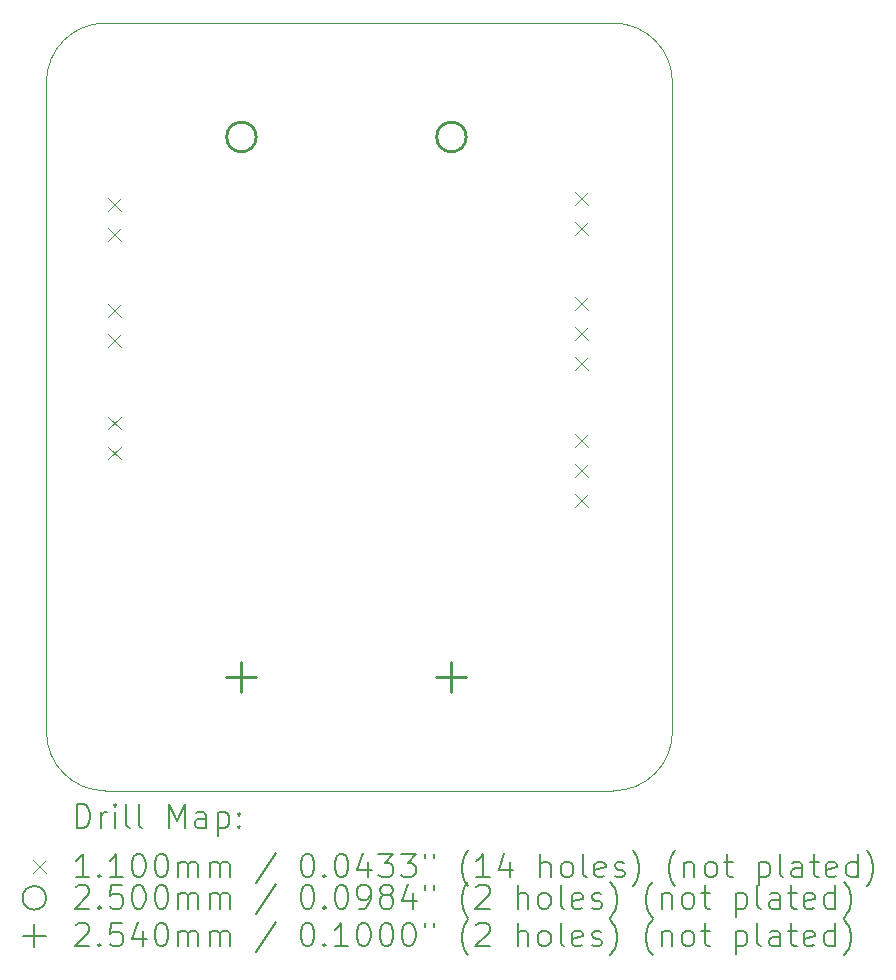
<source format=gbr>
%TF.GenerationSoftware,KiCad,Pcbnew,8.0.2*%
%TF.CreationDate,2024-05-18T00:21:11-06:00*%
%TF.ProjectId,VacuumATM_wCoinDispenser,56616375-756d-4415-944d-5f77436f696e,rev?*%
%TF.SameCoordinates,Original*%
%TF.FileFunction,Drillmap*%
%TF.FilePolarity,Positive*%
%FSLAX45Y45*%
G04 Gerber Fmt 4.5, Leading zero omitted, Abs format (unit mm)*
G04 Created by KiCad (PCBNEW 8.0.2) date 2024-05-18 00:21:11*
%MOMM*%
%LPD*%
G01*
G04 APERTURE LIST*
%ADD10C,0.050000*%
%ADD11C,0.200000*%
%ADD12C,0.110000*%
%ADD13C,0.250000*%
%ADD14C,0.254000*%
G04 APERTURE END LIST*
D10*
X10471429Y-12639000D02*
X10471429Y-7139000D01*
X10971429Y-6639000D02*
X15271429Y-6639000D01*
X15271429Y-13139000D02*
X10971429Y-13139000D01*
X15771429Y-7139000D02*
X15771429Y-12639000D01*
X10471429Y-7139000D02*
G75*
G02*
X10971429Y-6638999I500001J0D01*
G01*
X10971429Y-13139000D02*
G75*
G02*
X10471430Y-12639000I1J500000D01*
G01*
X15271429Y-6639000D02*
G75*
G02*
X15771430Y-7139000I1J-500000D01*
G01*
X15771429Y-12639000D02*
G75*
G02*
X15271429Y-13138999I-499999J0D01*
G01*
D11*
D12*
X10991000Y-8120000D02*
X11101000Y-8230000D01*
X11101000Y-8120000D02*
X10991000Y-8230000D01*
X10991000Y-8374000D02*
X11101000Y-8484000D01*
X11101000Y-8374000D02*
X10991000Y-8484000D01*
X10991000Y-9016000D02*
X11101000Y-9126000D01*
X11101000Y-9016000D02*
X10991000Y-9126000D01*
X10991000Y-9270000D02*
X11101000Y-9380000D01*
X11101000Y-9270000D02*
X10991000Y-9380000D01*
X10991000Y-9970000D02*
X11101000Y-10080000D01*
X11101000Y-9970000D02*
X10991000Y-10080000D01*
X10991000Y-10224000D02*
X11101000Y-10334000D01*
X11101000Y-10224000D02*
X10991000Y-10334000D01*
X14949000Y-8066000D02*
X15059000Y-8176000D01*
X15059000Y-8066000D02*
X14949000Y-8176000D01*
X14949000Y-8320000D02*
X15059000Y-8430000D01*
X15059000Y-8320000D02*
X14949000Y-8430000D01*
X14949000Y-8962000D02*
X15059000Y-9072000D01*
X15059000Y-8962000D02*
X14949000Y-9072000D01*
X14949000Y-9216000D02*
X15059000Y-9326000D01*
X15059000Y-9216000D02*
X14949000Y-9326000D01*
X14949000Y-9470000D02*
X15059000Y-9580000D01*
X15059000Y-9470000D02*
X14949000Y-9580000D01*
X14949000Y-10120000D02*
X15059000Y-10230000D01*
X15059000Y-10120000D02*
X14949000Y-10230000D01*
X14949000Y-10374000D02*
X15059000Y-10484000D01*
X15059000Y-10374000D02*
X14949000Y-10484000D01*
X14949000Y-10628000D02*
X15059000Y-10738000D01*
X15059000Y-10628000D02*
X14949000Y-10738000D01*
D13*
X12247000Y-7603000D02*
G75*
G02*
X11997000Y-7603000I-125000J0D01*
G01*
X11997000Y-7603000D02*
G75*
G02*
X12247000Y-7603000I125000J0D01*
G01*
X14025000Y-7603000D02*
G75*
G02*
X13775000Y-7603000I-125000J0D01*
G01*
X13775000Y-7603000D02*
G75*
G02*
X14025000Y-7603000I125000J0D01*
G01*
D14*
X12122000Y-12048000D02*
X12122000Y-12302000D01*
X11995000Y-12175000D02*
X12249000Y-12175000D01*
X13900000Y-12048000D02*
X13900000Y-12302000D01*
X13773000Y-12175000D02*
X14027000Y-12175000D01*
D11*
X10729705Y-13452984D02*
X10729705Y-13252984D01*
X10729705Y-13252984D02*
X10777324Y-13252984D01*
X10777324Y-13252984D02*
X10805896Y-13262508D01*
X10805896Y-13262508D02*
X10824944Y-13281555D01*
X10824944Y-13281555D02*
X10834467Y-13300603D01*
X10834467Y-13300603D02*
X10843991Y-13338698D01*
X10843991Y-13338698D02*
X10843991Y-13367269D01*
X10843991Y-13367269D02*
X10834467Y-13405365D01*
X10834467Y-13405365D02*
X10824944Y-13424412D01*
X10824944Y-13424412D02*
X10805896Y-13443460D01*
X10805896Y-13443460D02*
X10777324Y-13452984D01*
X10777324Y-13452984D02*
X10729705Y-13452984D01*
X10929705Y-13452984D02*
X10929705Y-13319650D01*
X10929705Y-13357746D02*
X10939229Y-13338698D01*
X10939229Y-13338698D02*
X10948753Y-13329174D01*
X10948753Y-13329174D02*
X10967801Y-13319650D01*
X10967801Y-13319650D02*
X10986848Y-13319650D01*
X11053515Y-13452984D02*
X11053515Y-13319650D01*
X11053515Y-13252984D02*
X11043991Y-13262508D01*
X11043991Y-13262508D02*
X11053515Y-13272031D01*
X11053515Y-13272031D02*
X11063039Y-13262508D01*
X11063039Y-13262508D02*
X11053515Y-13252984D01*
X11053515Y-13252984D02*
X11053515Y-13272031D01*
X11177324Y-13452984D02*
X11158277Y-13443460D01*
X11158277Y-13443460D02*
X11148753Y-13424412D01*
X11148753Y-13424412D02*
X11148753Y-13252984D01*
X11282086Y-13452984D02*
X11263039Y-13443460D01*
X11263039Y-13443460D02*
X11253515Y-13424412D01*
X11253515Y-13424412D02*
X11253515Y-13252984D01*
X11510658Y-13452984D02*
X11510658Y-13252984D01*
X11510658Y-13252984D02*
X11577324Y-13395841D01*
X11577324Y-13395841D02*
X11643991Y-13252984D01*
X11643991Y-13252984D02*
X11643991Y-13452984D01*
X11824943Y-13452984D02*
X11824943Y-13348222D01*
X11824943Y-13348222D02*
X11815420Y-13329174D01*
X11815420Y-13329174D02*
X11796372Y-13319650D01*
X11796372Y-13319650D02*
X11758277Y-13319650D01*
X11758277Y-13319650D02*
X11739229Y-13329174D01*
X11824943Y-13443460D02*
X11805896Y-13452984D01*
X11805896Y-13452984D02*
X11758277Y-13452984D01*
X11758277Y-13452984D02*
X11739229Y-13443460D01*
X11739229Y-13443460D02*
X11729705Y-13424412D01*
X11729705Y-13424412D02*
X11729705Y-13405365D01*
X11729705Y-13405365D02*
X11739229Y-13386317D01*
X11739229Y-13386317D02*
X11758277Y-13376793D01*
X11758277Y-13376793D02*
X11805896Y-13376793D01*
X11805896Y-13376793D02*
X11824943Y-13367269D01*
X11920182Y-13319650D02*
X11920182Y-13519650D01*
X11920182Y-13329174D02*
X11939229Y-13319650D01*
X11939229Y-13319650D02*
X11977324Y-13319650D01*
X11977324Y-13319650D02*
X11996372Y-13329174D01*
X11996372Y-13329174D02*
X12005896Y-13338698D01*
X12005896Y-13338698D02*
X12015420Y-13357746D01*
X12015420Y-13357746D02*
X12015420Y-13414888D01*
X12015420Y-13414888D02*
X12005896Y-13433936D01*
X12005896Y-13433936D02*
X11996372Y-13443460D01*
X11996372Y-13443460D02*
X11977324Y-13452984D01*
X11977324Y-13452984D02*
X11939229Y-13452984D01*
X11939229Y-13452984D02*
X11920182Y-13443460D01*
X12101134Y-13433936D02*
X12110658Y-13443460D01*
X12110658Y-13443460D02*
X12101134Y-13452984D01*
X12101134Y-13452984D02*
X12091610Y-13443460D01*
X12091610Y-13443460D02*
X12101134Y-13433936D01*
X12101134Y-13433936D02*
X12101134Y-13452984D01*
X12101134Y-13329174D02*
X12110658Y-13338698D01*
X12110658Y-13338698D02*
X12101134Y-13348222D01*
X12101134Y-13348222D02*
X12091610Y-13338698D01*
X12091610Y-13338698D02*
X12101134Y-13329174D01*
X12101134Y-13329174D02*
X12101134Y-13348222D01*
D12*
X10358929Y-13726500D02*
X10468929Y-13836500D01*
X10468929Y-13726500D02*
X10358929Y-13836500D01*
D11*
X10834467Y-13872984D02*
X10720182Y-13872984D01*
X10777324Y-13872984D02*
X10777324Y-13672984D01*
X10777324Y-13672984D02*
X10758277Y-13701555D01*
X10758277Y-13701555D02*
X10739229Y-13720603D01*
X10739229Y-13720603D02*
X10720182Y-13730127D01*
X10920182Y-13853936D02*
X10929705Y-13863460D01*
X10929705Y-13863460D02*
X10920182Y-13872984D01*
X10920182Y-13872984D02*
X10910658Y-13863460D01*
X10910658Y-13863460D02*
X10920182Y-13853936D01*
X10920182Y-13853936D02*
X10920182Y-13872984D01*
X11120182Y-13872984D02*
X11005896Y-13872984D01*
X11063039Y-13872984D02*
X11063039Y-13672984D01*
X11063039Y-13672984D02*
X11043991Y-13701555D01*
X11043991Y-13701555D02*
X11024944Y-13720603D01*
X11024944Y-13720603D02*
X11005896Y-13730127D01*
X11243991Y-13672984D02*
X11263039Y-13672984D01*
X11263039Y-13672984D02*
X11282086Y-13682508D01*
X11282086Y-13682508D02*
X11291610Y-13692031D01*
X11291610Y-13692031D02*
X11301134Y-13711079D01*
X11301134Y-13711079D02*
X11310658Y-13749174D01*
X11310658Y-13749174D02*
X11310658Y-13796793D01*
X11310658Y-13796793D02*
X11301134Y-13834888D01*
X11301134Y-13834888D02*
X11291610Y-13853936D01*
X11291610Y-13853936D02*
X11282086Y-13863460D01*
X11282086Y-13863460D02*
X11263039Y-13872984D01*
X11263039Y-13872984D02*
X11243991Y-13872984D01*
X11243991Y-13872984D02*
X11224943Y-13863460D01*
X11224943Y-13863460D02*
X11215420Y-13853936D01*
X11215420Y-13853936D02*
X11205896Y-13834888D01*
X11205896Y-13834888D02*
X11196372Y-13796793D01*
X11196372Y-13796793D02*
X11196372Y-13749174D01*
X11196372Y-13749174D02*
X11205896Y-13711079D01*
X11205896Y-13711079D02*
X11215420Y-13692031D01*
X11215420Y-13692031D02*
X11224943Y-13682508D01*
X11224943Y-13682508D02*
X11243991Y-13672984D01*
X11434467Y-13672984D02*
X11453515Y-13672984D01*
X11453515Y-13672984D02*
X11472563Y-13682508D01*
X11472563Y-13682508D02*
X11482086Y-13692031D01*
X11482086Y-13692031D02*
X11491610Y-13711079D01*
X11491610Y-13711079D02*
X11501134Y-13749174D01*
X11501134Y-13749174D02*
X11501134Y-13796793D01*
X11501134Y-13796793D02*
X11491610Y-13834888D01*
X11491610Y-13834888D02*
X11482086Y-13853936D01*
X11482086Y-13853936D02*
X11472563Y-13863460D01*
X11472563Y-13863460D02*
X11453515Y-13872984D01*
X11453515Y-13872984D02*
X11434467Y-13872984D01*
X11434467Y-13872984D02*
X11415420Y-13863460D01*
X11415420Y-13863460D02*
X11405896Y-13853936D01*
X11405896Y-13853936D02*
X11396372Y-13834888D01*
X11396372Y-13834888D02*
X11386848Y-13796793D01*
X11386848Y-13796793D02*
X11386848Y-13749174D01*
X11386848Y-13749174D02*
X11396372Y-13711079D01*
X11396372Y-13711079D02*
X11405896Y-13692031D01*
X11405896Y-13692031D02*
X11415420Y-13682508D01*
X11415420Y-13682508D02*
X11434467Y-13672984D01*
X11586848Y-13872984D02*
X11586848Y-13739650D01*
X11586848Y-13758698D02*
X11596372Y-13749174D01*
X11596372Y-13749174D02*
X11615420Y-13739650D01*
X11615420Y-13739650D02*
X11643991Y-13739650D01*
X11643991Y-13739650D02*
X11663039Y-13749174D01*
X11663039Y-13749174D02*
X11672563Y-13768222D01*
X11672563Y-13768222D02*
X11672563Y-13872984D01*
X11672563Y-13768222D02*
X11682086Y-13749174D01*
X11682086Y-13749174D02*
X11701134Y-13739650D01*
X11701134Y-13739650D02*
X11729705Y-13739650D01*
X11729705Y-13739650D02*
X11748753Y-13749174D01*
X11748753Y-13749174D02*
X11758277Y-13768222D01*
X11758277Y-13768222D02*
X11758277Y-13872984D01*
X11853515Y-13872984D02*
X11853515Y-13739650D01*
X11853515Y-13758698D02*
X11863039Y-13749174D01*
X11863039Y-13749174D02*
X11882086Y-13739650D01*
X11882086Y-13739650D02*
X11910658Y-13739650D01*
X11910658Y-13739650D02*
X11929705Y-13749174D01*
X11929705Y-13749174D02*
X11939229Y-13768222D01*
X11939229Y-13768222D02*
X11939229Y-13872984D01*
X11939229Y-13768222D02*
X11948753Y-13749174D01*
X11948753Y-13749174D02*
X11967801Y-13739650D01*
X11967801Y-13739650D02*
X11996372Y-13739650D01*
X11996372Y-13739650D02*
X12015420Y-13749174D01*
X12015420Y-13749174D02*
X12024944Y-13768222D01*
X12024944Y-13768222D02*
X12024944Y-13872984D01*
X12415420Y-13663460D02*
X12243991Y-13920603D01*
X12672563Y-13672984D02*
X12691610Y-13672984D01*
X12691610Y-13672984D02*
X12710658Y-13682508D01*
X12710658Y-13682508D02*
X12720182Y-13692031D01*
X12720182Y-13692031D02*
X12729706Y-13711079D01*
X12729706Y-13711079D02*
X12739229Y-13749174D01*
X12739229Y-13749174D02*
X12739229Y-13796793D01*
X12739229Y-13796793D02*
X12729706Y-13834888D01*
X12729706Y-13834888D02*
X12720182Y-13853936D01*
X12720182Y-13853936D02*
X12710658Y-13863460D01*
X12710658Y-13863460D02*
X12691610Y-13872984D01*
X12691610Y-13872984D02*
X12672563Y-13872984D01*
X12672563Y-13872984D02*
X12653515Y-13863460D01*
X12653515Y-13863460D02*
X12643991Y-13853936D01*
X12643991Y-13853936D02*
X12634467Y-13834888D01*
X12634467Y-13834888D02*
X12624944Y-13796793D01*
X12624944Y-13796793D02*
X12624944Y-13749174D01*
X12624944Y-13749174D02*
X12634467Y-13711079D01*
X12634467Y-13711079D02*
X12643991Y-13692031D01*
X12643991Y-13692031D02*
X12653515Y-13682508D01*
X12653515Y-13682508D02*
X12672563Y-13672984D01*
X12824944Y-13853936D02*
X12834467Y-13863460D01*
X12834467Y-13863460D02*
X12824944Y-13872984D01*
X12824944Y-13872984D02*
X12815420Y-13863460D01*
X12815420Y-13863460D02*
X12824944Y-13853936D01*
X12824944Y-13853936D02*
X12824944Y-13872984D01*
X12958277Y-13672984D02*
X12977325Y-13672984D01*
X12977325Y-13672984D02*
X12996372Y-13682508D01*
X12996372Y-13682508D02*
X13005896Y-13692031D01*
X13005896Y-13692031D02*
X13015420Y-13711079D01*
X13015420Y-13711079D02*
X13024944Y-13749174D01*
X13024944Y-13749174D02*
X13024944Y-13796793D01*
X13024944Y-13796793D02*
X13015420Y-13834888D01*
X13015420Y-13834888D02*
X13005896Y-13853936D01*
X13005896Y-13853936D02*
X12996372Y-13863460D01*
X12996372Y-13863460D02*
X12977325Y-13872984D01*
X12977325Y-13872984D02*
X12958277Y-13872984D01*
X12958277Y-13872984D02*
X12939229Y-13863460D01*
X12939229Y-13863460D02*
X12929706Y-13853936D01*
X12929706Y-13853936D02*
X12920182Y-13834888D01*
X12920182Y-13834888D02*
X12910658Y-13796793D01*
X12910658Y-13796793D02*
X12910658Y-13749174D01*
X12910658Y-13749174D02*
X12920182Y-13711079D01*
X12920182Y-13711079D02*
X12929706Y-13692031D01*
X12929706Y-13692031D02*
X12939229Y-13682508D01*
X12939229Y-13682508D02*
X12958277Y-13672984D01*
X13196372Y-13739650D02*
X13196372Y-13872984D01*
X13148753Y-13663460D02*
X13101134Y-13806317D01*
X13101134Y-13806317D02*
X13224944Y-13806317D01*
X13282087Y-13672984D02*
X13405896Y-13672984D01*
X13405896Y-13672984D02*
X13339229Y-13749174D01*
X13339229Y-13749174D02*
X13367801Y-13749174D01*
X13367801Y-13749174D02*
X13386848Y-13758698D01*
X13386848Y-13758698D02*
X13396372Y-13768222D01*
X13396372Y-13768222D02*
X13405896Y-13787269D01*
X13405896Y-13787269D02*
X13405896Y-13834888D01*
X13405896Y-13834888D02*
X13396372Y-13853936D01*
X13396372Y-13853936D02*
X13386848Y-13863460D01*
X13386848Y-13863460D02*
X13367801Y-13872984D01*
X13367801Y-13872984D02*
X13310658Y-13872984D01*
X13310658Y-13872984D02*
X13291610Y-13863460D01*
X13291610Y-13863460D02*
X13282087Y-13853936D01*
X13472563Y-13672984D02*
X13596372Y-13672984D01*
X13596372Y-13672984D02*
X13529706Y-13749174D01*
X13529706Y-13749174D02*
X13558277Y-13749174D01*
X13558277Y-13749174D02*
X13577325Y-13758698D01*
X13577325Y-13758698D02*
X13586848Y-13768222D01*
X13586848Y-13768222D02*
X13596372Y-13787269D01*
X13596372Y-13787269D02*
X13596372Y-13834888D01*
X13596372Y-13834888D02*
X13586848Y-13853936D01*
X13586848Y-13853936D02*
X13577325Y-13863460D01*
X13577325Y-13863460D02*
X13558277Y-13872984D01*
X13558277Y-13872984D02*
X13501134Y-13872984D01*
X13501134Y-13872984D02*
X13482087Y-13863460D01*
X13482087Y-13863460D02*
X13472563Y-13853936D01*
X13672563Y-13672984D02*
X13672563Y-13711079D01*
X13748753Y-13672984D02*
X13748753Y-13711079D01*
X14043991Y-13949174D02*
X14034468Y-13939650D01*
X14034468Y-13939650D02*
X14015420Y-13911079D01*
X14015420Y-13911079D02*
X14005896Y-13892031D01*
X14005896Y-13892031D02*
X13996372Y-13863460D01*
X13996372Y-13863460D02*
X13986849Y-13815841D01*
X13986849Y-13815841D02*
X13986849Y-13777746D01*
X13986849Y-13777746D02*
X13996372Y-13730127D01*
X13996372Y-13730127D02*
X14005896Y-13701555D01*
X14005896Y-13701555D02*
X14015420Y-13682508D01*
X14015420Y-13682508D02*
X14034468Y-13653936D01*
X14034468Y-13653936D02*
X14043991Y-13644412D01*
X14224944Y-13872984D02*
X14110658Y-13872984D01*
X14167801Y-13872984D02*
X14167801Y-13672984D01*
X14167801Y-13672984D02*
X14148753Y-13701555D01*
X14148753Y-13701555D02*
X14129706Y-13720603D01*
X14129706Y-13720603D02*
X14110658Y-13730127D01*
X14396372Y-13739650D02*
X14396372Y-13872984D01*
X14348753Y-13663460D02*
X14301134Y-13806317D01*
X14301134Y-13806317D02*
X14424944Y-13806317D01*
X14653515Y-13872984D02*
X14653515Y-13672984D01*
X14739230Y-13872984D02*
X14739230Y-13768222D01*
X14739230Y-13768222D02*
X14729706Y-13749174D01*
X14729706Y-13749174D02*
X14710658Y-13739650D01*
X14710658Y-13739650D02*
X14682087Y-13739650D01*
X14682087Y-13739650D02*
X14663039Y-13749174D01*
X14663039Y-13749174D02*
X14653515Y-13758698D01*
X14863039Y-13872984D02*
X14843991Y-13863460D01*
X14843991Y-13863460D02*
X14834468Y-13853936D01*
X14834468Y-13853936D02*
X14824944Y-13834888D01*
X14824944Y-13834888D02*
X14824944Y-13777746D01*
X14824944Y-13777746D02*
X14834468Y-13758698D01*
X14834468Y-13758698D02*
X14843991Y-13749174D01*
X14843991Y-13749174D02*
X14863039Y-13739650D01*
X14863039Y-13739650D02*
X14891611Y-13739650D01*
X14891611Y-13739650D02*
X14910658Y-13749174D01*
X14910658Y-13749174D02*
X14920182Y-13758698D01*
X14920182Y-13758698D02*
X14929706Y-13777746D01*
X14929706Y-13777746D02*
X14929706Y-13834888D01*
X14929706Y-13834888D02*
X14920182Y-13853936D01*
X14920182Y-13853936D02*
X14910658Y-13863460D01*
X14910658Y-13863460D02*
X14891611Y-13872984D01*
X14891611Y-13872984D02*
X14863039Y-13872984D01*
X15043991Y-13872984D02*
X15024944Y-13863460D01*
X15024944Y-13863460D02*
X15015420Y-13844412D01*
X15015420Y-13844412D02*
X15015420Y-13672984D01*
X15196372Y-13863460D02*
X15177325Y-13872984D01*
X15177325Y-13872984D02*
X15139230Y-13872984D01*
X15139230Y-13872984D02*
X15120182Y-13863460D01*
X15120182Y-13863460D02*
X15110658Y-13844412D01*
X15110658Y-13844412D02*
X15110658Y-13768222D01*
X15110658Y-13768222D02*
X15120182Y-13749174D01*
X15120182Y-13749174D02*
X15139230Y-13739650D01*
X15139230Y-13739650D02*
X15177325Y-13739650D01*
X15177325Y-13739650D02*
X15196372Y-13749174D01*
X15196372Y-13749174D02*
X15205896Y-13768222D01*
X15205896Y-13768222D02*
X15205896Y-13787269D01*
X15205896Y-13787269D02*
X15110658Y-13806317D01*
X15282087Y-13863460D02*
X15301134Y-13872984D01*
X15301134Y-13872984D02*
X15339230Y-13872984D01*
X15339230Y-13872984D02*
X15358277Y-13863460D01*
X15358277Y-13863460D02*
X15367801Y-13844412D01*
X15367801Y-13844412D02*
X15367801Y-13834888D01*
X15367801Y-13834888D02*
X15358277Y-13815841D01*
X15358277Y-13815841D02*
X15339230Y-13806317D01*
X15339230Y-13806317D02*
X15310658Y-13806317D01*
X15310658Y-13806317D02*
X15291611Y-13796793D01*
X15291611Y-13796793D02*
X15282087Y-13777746D01*
X15282087Y-13777746D02*
X15282087Y-13768222D01*
X15282087Y-13768222D02*
X15291611Y-13749174D01*
X15291611Y-13749174D02*
X15310658Y-13739650D01*
X15310658Y-13739650D02*
X15339230Y-13739650D01*
X15339230Y-13739650D02*
X15358277Y-13749174D01*
X15434468Y-13949174D02*
X15443992Y-13939650D01*
X15443992Y-13939650D02*
X15463039Y-13911079D01*
X15463039Y-13911079D02*
X15472563Y-13892031D01*
X15472563Y-13892031D02*
X15482087Y-13863460D01*
X15482087Y-13863460D02*
X15491611Y-13815841D01*
X15491611Y-13815841D02*
X15491611Y-13777746D01*
X15491611Y-13777746D02*
X15482087Y-13730127D01*
X15482087Y-13730127D02*
X15472563Y-13701555D01*
X15472563Y-13701555D02*
X15463039Y-13682508D01*
X15463039Y-13682508D02*
X15443992Y-13653936D01*
X15443992Y-13653936D02*
X15434468Y-13644412D01*
X15796373Y-13949174D02*
X15786849Y-13939650D01*
X15786849Y-13939650D02*
X15767801Y-13911079D01*
X15767801Y-13911079D02*
X15758277Y-13892031D01*
X15758277Y-13892031D02*
X15748753Y-13863460D01*
X15748753Y-13863460D02*
X15739230Y-13815841D01*
X15739230Y-13815841D02*
X15739230Y-13777746D01*
X15739230Y-13777746D02*
X15748753Y-13730127D01*
X15748753Y-13730127D02*
X15758277Y-13701555D01*
X15758277Y-13701555D02*
X15767801Y-13682508D01*
X15767801Y-13682508D02*
X15786849Y-13653936D01*
X15786849Y-13653936D02*
X15796373Y-13644412D01*
X15872563Y-13739650D02*
X15872563Y-13872984D01*
X15872563Y-13758698D02*
X15882087Y-13749174D01*
X15882087Y-13749174D02*
X15901134Y-13739650D01*
X15901134Y-13739650D02*
X15929706Y-13739650D01*
X15929706Y-13739650D02*
X15948753Y-13749174D01*
X15948753Y-13749174D02*
X15958277Y-13768222D01*
X15958277Y-13768222D02*
X15958277Y-13872984D01*
X16082087Y-13872984D02*
X16063039Y-13863460D01*
X16063039Y-13863460D02*
X16053515Y-13853936D01*
X16053515Y-13853936D02*
X16043992Y-13834888D01*
X16043992Y-13834888D02*
X16043992Y-13777746D01*
X16043992Y-13777746D02*
X16053515Y-13758698D01*
X16053515Y-13758698D02*
X16063039Y-13749174D01*
X16063039Y-13749174D02*
X16082087Y-13739650D01*
X16082087Y-13739650D02*
X16110658Y-13739650D01*
X16110658Y-13739650D02*
X16129706Y-13749174D01*
X16129706Y-13749174D02*
X16139230Y-13758698D01*
X16139230Y-13758698D02*
X16148753Y-13777746D01*
X16148753Y-13777746D02*
X16148753Y-13834888D01*
X16148753Y-13834888D02*
X16139230Y-13853936D01*
X16139230Y-13853936D02*
X16129706Y-13863460D01*
X16129706Y-13863460D02*
X16110658Y-13872984D01*
X16110658Y-13872984D02*
X16082087Y-13872984D01*
X16205896Y-13739650D02*
X16282087Y-13739650D01*
X16234468Y-13672984D02*
X16234468Y-13844412D01*
X16234468Y-13844412D02*
X16243992Y-13863460D01*
X16243992Y-13863460D02*
X16263039Y-13872984D01*
X16263039Y-13872984D02*
X16282087Y-13872984D01*
X16501134Y-13739650D02*
X16501134Y-13939650D01*
X16501134Y-13749174D02*
X16520182Y-13739650D01*
X16520182Y-13739650D02*
X16558277Y-13739650D01*
X16558277Y-13739650D02*
X16577325Y-13749174D01*
X16577325Y-13749174D02*
X16586849Y-13758698D01*
X16586849Y-13758698D02*
X16596373Y-13777746D01*
X16596373Y-13777746D02*
X16596373Y-13834888D01*
X16596373Y-13834888D02*
X16586849Y-13853936D01*
X16586849Y-13853936D02*
X16577325Y-13863460D01*
X16577325Y-13863460D02*
X16558277Y-13872984D01*
X16558277Y-13872984D02*
X16520182Y-13872984D01*
X16520182Y-13872984D02*
X16501134Y-13863460D01*
X16710658Y-13872984D02*
X16691611Y-13863460D01*
X16691611Y-13863460D02*
X16682087Y-13844412D01*
X16682087Y-13844412D02*
X16682087Y-13672984D01*
X16872563Y-13872984D02*
X16872563Y-13768222D01*
X16872563Y-13768222D02*
X16863039Y-13749174D01*
X16863039Y-13749174D02*
X16843992Y-13739650D01*
X16843992Y-13739650D02*
X16805896Y-13739650D01*
X16805896Y-13739650D02*
X16786849Y-13749174D01*
X16872563Y-13863460D02*
X16853516Y-13872984D01*
X16853516Y-13872984D02*
X16805896Y-13872984D01*
X16805896Y-13872984D02*
X16786849Y-13863460D01*
X16786849Y-13863460D02*
X16777325Y-13844412D01*
X16777325Y-13844412D02*
X16777325Y-13825365D01*
X16777325Y-13825365D02*
X16786849Y-13806317D01*
X16786849Y-13806317D02*
X16805896Y-13796793D01*
X16805896Y-13796793D02*
X16853516Y-13796793D01*
X16853516Y-13796793D02*
X16872563Y-13787269D01*
X16939230Y-13739650D02*
X17015420Y-13739650D01*
X16967801Y-13672984D02*
X16967801Y-13844412D01*
X16967801Y-13844412D02*
X16977325Y-13863460D01*
X16977325Y-13863460D02*
X16996373Y-13872984D01*
X16996373Y-13872984D02*
X17015420Y-13872984D01*
X17158277Y-13863460D02*
X17139230Y-13872984D01*
X17139230Y-13872984D02*
X17101135Y-13872984D01*
X17101135Y-13872984D02*
X17082087Y-13863460D01*
X17082087Y-13863460D02*
X17072563Y-13844412D01*
X17072563Y-13844412D02*
X17072563Y-13768222D01*
X17072563Y-13768222D02*
X17082087Y-13749174D01*
X17082087Y-13749174D02*
X17101135Y-13739650D01*
X17101135Y-13739650D02*
X17139230Y-13739650D01*
X17139230Y-13739650D02*
X17158277Y-13749174D01*
X17158277Y-13749174D02*
X17167801Y-13768222D01*
X17167801Y-13768222D02*
X17167801Y-13787269D01*
X17167801Y-13787269D02*
X17072563Y-13806317D01*
X17339230Y-13872984D02*
X17339230Y-13672984D01*
X17339230Y-13863460D02*
X17320182Y-13872984D01*
X17320182Y-13872984D02*
X17282087Y-13872984D01*
X17282087Y-13872984D02*
X17263039Y-13863460D01*
X17263039Y-13863460D02*
X17253516Y-13853936D01*
X17253516Y-13853936D02*
X17243992Y-13834888D01*
X17243992Y-13834888D02*
X17243992Y-13777746D01*
X17243992Y-13777746D02*
X17253516Y-13758698D01*
X17253516Y-13758698D02*
X17263039Y-13749174D01*
X17263039Y-13749174D02*
X17282087Y-13739650D01*
X17282087Y-13739650D02*
X17320182Y-13739650D01*
X17320182Y-13739650D02*
X17339230Y-13749174D01*
X17415420Y-13949174D02*
X17424944Y-13939650D01*
X17424944Y-13939650D02*
X17443992Y-13911079D01*
X17443992Y-13911079D02*
X17453516Y-13892031D01*
X17453516Y-13892031D02*
X17463039Y-13863460D01*
X17463039Y-13863460D02*
X17472563Y-13815841D01*
X17472563Y-13815841D02*
X17472563Y-13777746D01*
X17472563Y-13777746D02*
X17463039Y-13730127D01*
X17463039Y-13730127D02*
X17453516Y-13701555D01*
X17453516Y-13701555D02*
X17443992Y-13682508D01*
X17443992Y-13682508D02*
X17424944Y-13653936D01*
X17424944Y-13653936D02*
X17415420Y-13644412D01*
X10468929Y-14045500D02*
G75*
G02*
X10268929Y-14045500I-100000J0D01*
G01*
X10268929Y-14045500D02*
G75*
G02*
X10468929Y-14045500I100000J0D01*
G01*
X10720182Y-13956031D02*
X10729705Y-13946508D01*
X10729705Y-13946508D02*
X10748753Y-13936984D01*
X10748753Y-13936984D02*
X10796372Y-13936984D01*
X10796372Y-13936984D02*
X10815420Y-13946508D01*
X10815420Y-13946508D02*
X10824944Y-13956031D01*
X10824944Y-13956031D02*
X10834467Y-13975079D01*
X10834467Y-13975079D02*
X10834467Y-13994127D01*
X10834467Y-13994127D02*
X10824944Y-14022698D01*
X10824944Y-14022698D02*
X10710658Y-14136984D01*
X10710658Y-14136984D02*
X10834467Y-14136984D01*
X10920182Y-14117936D02*
X10929705Y-14127460D01*
X10929705Y-14127460D02*
X10920182Y-14136984D01*
X10920182Y-14136984D02*
X10910658Y-14127460D01*
X10910658Y-14127460D02*
X10920182Y-14117936D01*
X10920182Y-14117936D02*
X10920182Y-14136984D01*
X11110658Y-13936984D02*
X11015420Y-13936984D01*
X11015420Y-13936984D02*
X11005896Y-14032222D01*
X11005896Y-14032222D02*
X11015420Y-14022698D01*
X11015420Y-14022698D02*
X11034467Y-14013174D01*
X11034467Y-14013174D02*
X11082086Y-14013174D01*
X11082086Y-14013174D02*
X11101134Y-14022698D01*
X11101134Y-14022698D02*
X11110658Y-14032222D01*
X11110658Y-14032222D02*
X11120182Y-14051269D01*
X11120182Y-14051269D02*
X11120182Y-14098888D01*
X11120182Y-14098888D02*
X11110658Y-14117936D01*
X11110658Y-14117936D02*
X11101134Y-14127460D01*
X11101134Y-14127460D02*
X11082086Y-14136984D01*
X11082086Y-14136984D02*
X11034467Y-14136984D01*
X11034467Y-14136984D02*
X11015420Y-14127460D01*
X11015420Y-14127460D02*
X11005896Y-14117936D01*
X11243991Y-13936984D02*
X11263039Y-13936984D01*
X11263039Y-13936984D02*
X11282086Y-13946508D01*
X11282086Y-13946508D02*
X11291610Y-13956031D01*
X11291610Y-13956031D02*
X11301134Y-13975079D01*
X11301134Y-13975079D02*
X11310658Y-14013174D01*
X11310658Y-14013174D02*
X11310658Y-14060793D01*
X11310658Y-14060793D02*
X11301134Y-14098888D01*
X11301134Y-14098888D02*
X11291610Y-14117936D01*
X11291610Y-14117936D02*
X11282086Y-14127460D01*
X11282086Y-14127460D02*
X11263039Y-14136984D01*
X11263039Y-14136984D02*
X11243991Y-14136984D01*
X11243991Y-14136984D02*
X11224943Y-14127460D01*
X11224943Y-14127460D02*
X11215420Y-14117936D01*
X11215420Y-14117936D02*
X11205896Y-14098888D01*
X11205896Y-14098888D02*
X11196372Y-14060793D01*
X11196372Y-14060793D02*
X11196372Y-14013174D01*
X11196372Y-14013174D02*
X11205896Y-13975079D01*
X11205896Y-13975079D02*
X11215420Y-13956031D01*
X11215420Y-13956031D02*
X11224943Y-13946508D01*
X11224943Y-13946508D02*
X11243991Y-13936984D01*
X11434467Y-13936984D02*
X11453515Y-13936984D01*
X11453515Y-13936984D02*
X11472563Y-13946508D01*
X11472563Y-13946508D02*
X11482086Y-13956031D01*
X11482086Y-13956031D02*
X11491610Y-13975079D01*
X11491610Y-13975079D02*
X11501134Y-14013174D01*
X11501134Y-14013174D02*
X11501134Y-14060793D01*
X11501134Y-14060793D02*
X11491610Y-14098888D01*
X11491610Y-14098888D02*
X11482086Y-14117936D01*
X11482086Y-14117936D02*
X11472563Y-14127460D01*
X11472563Y-14127460D02*
X11453515Y-14136984D01*
X11453515Y-14136984D02*
X11434467Y-14136984D01*
X11434467Y-14136984D02*
X11415420Y-14127460D01*
X11415420Y-14127460D02*
X11405896Y-14117936D01*
X11405896Y-14117936D02*
X11396372Y-14098888D01*
X11396372Y-14098888D02*
X11386848Y-14060793D01*
X11386848Y-14060793D02*
X11386848Y-14013174D01*
X11386848Y-14013174D02*
X11396372Y-13975079D01*
X11396372Y-13975079D02*
X11405896Y-13956031D01*
X11405896Y-13956031D02*
X11415420Y-13946508D01*
X11415420Y-13946508D02*
X11434467Y-13936984D01*
X11586848Y-14136984D02*
X11586848Y-14003650D01*
X11586848Y-14022698D02*
X11596372Y-14013174D01*
X11596372Y-14013174D02*
X11615420Y-14003650D01*
X11615420Y-14003650D02*
X11643991Y-14003650D01*
X11643991Y-14003650D02*
X11663039Y-14013174D01*
X11663039Y-14013174D02*
X11672563Y-14032222D01*
X11672563Y-14032222D02*
X11672563Y-14136984D01*
X11672563Y-14032222D02*
X11682086Y-14013174D01*
X11682086Y-14013174D02*
X11701134Y-14003650D01*
X11701134Y-14003650D02*
X11729705Y-14003650D01*
X11729705Y-14003650D02*
X11748753Y-14013174D01*
X11748753Y-14013174D02*
X11758277Y-14032222D01*
X11758277Y-14032222D02*
X11758277Y-14136984D01*
X11853515Y-14136984D02*
X11853515Y-14003650D01*
X11853515Y-14022698D02*
X11863039Y-14013174D01*
X11863039Y-14013174D02*
X11882086Y-14003650D01*
X11882086Y-14003650D02*
X11910658Y-14003650D01*
X11910658Y-14003650D02*
X11929705Y-14013174D01*
X11929705Y-14013174D02*
X11939229Y-14032222D01*
X11939229Y-14032222D02*
X11939229Y-14136984D01*
X11939229Y-14032222D02*
X11948753Y-14013174D01*
X11948753Y-14013174D02*
X11967801Y-14003650D01*
X11967801Y-14003650D02*
X11996372Y-14003650D01*
X11996372Y-14003650D02*
X12015420Y-14013174D01*
X12015420Y-14013174D02*
X12024944Y-14032222D01*
X12024944Y-14032222D02*
X12024944Y-14136984D01*
X12415420Y-13927460D02*
X12243991Y-14184603D01*
X12672563Y-13936984D02*
X12691610Y-13936984D01*
X12691610Y-13936984D02*
X12710658Y-13946508D01*
X12710658Y-13946508D02*
X12720182Y-13956031D01*
X12720182Y-13956031D02*
X12729706Y-13975079D01*
X12729706Y-13975079D02*
X12739229Y-14013174D01*
X12739229Y-14013174D02*
X12739229Y-14060793D01*
X12739229Y-14060793D02*
X12729706Y-14098888D01*
X12729706Y-14098888D02*
X12720182Y-14117936D01*
X12720182Y-14117936D02*
X12710658Y-14127460D01*
X12710658Y-14127460D02*
X12691610Y-14136984D01*
X12691610Y-14136984D02*
X12672563Y-14136984D01*
X12672563Y-14136984D02*
X12653515Y-14127460D01*
X12653515Y-14127460D02*
X12643991Y-14117936D01*
X12643991Y-14117936D02*
X12634467Y-14098888D01*
X12634467Y-14098888D02*
X12624944Y-14060793D01*
X12624944Y-14060793D02*
X12624944Y-14013174D01*
X12624944Y-14013174D02*
X12634467Y-13975079D01*
X12634467Y-13975079D02*
X12643991Y-13956031D01*
X12643991Y-13956031D02*
X12653515Y-13946508D01*
X12653515Y-13946508D02*
X12672563Y-13936984D01*
X12824944Y-14117936D02*
X12834467Y-14127460D01*
X12834467Y-14127460D02*
X12824944Y-14136984D01*
X12824944Y-14136984D02*
X12815420Y-14127460D01*
X12815420Y-14127460D02*
X12824944Y-14117936D01*
X12824944Y-14117936D02*
X12824944Y-14136984D01*
X12958277Y-13936984D02*
X12977325Y-13936984D01*
X12977325Y-13936984D02*
X12996372Y-13946508D01*
X12996372Y-13946508D02*
X13005896Y-13956031D01*
X13005896Y-13956031D02*
X13015420Y-13975079D01*
X13015420Y-13975079D02*
X13024944Y-14013174D01*
X13024944Y-14013174D02*
X13024944Y-14060793D01*
X13024944Y-14060793D02*
X13015420Y-14098888D01*
X13015420Y-14098888D02*
X13005896Y-14117936D01*
X13005896Y-14117936D02*
X12996372Y-14127460D01*
X12996372Y-14127460D02*
X12977325Y-14136984D01*
X12977325Y-14136984D02*
X12958277Y-14136984D01*
X12958277Y-14136984D02*
X12939229Y-14127460D01*
X12939229Y-14127460D02*
X12929706Y-14117936D01*
X12929706Y-14117936D02*
X12920182Y-14098888D01*
X12920182Y-14098888D02*
X12910658Y-14060793D01*
X12910658Y-14060793D02*
X12910658Y-14013174D01*
X12910658Y-14013174D02*
X12920182Y-13975079D01*
X12920182Y-13975079D02*
X12929706Y-13956031D01*
X12929706Y-13956031D02*
X12939229Y-13946508D01*
X12939229Y-13946508D02*
X12958277Y-13936984D01*
X13120182Y-14136984D02*
X13158277Y-14136984D01*
X13158277Y-14136984D02*
X13177325Y-14127460D01*
X13177325Y-14127460D02*
X13186848Y-14117936D01*
X13186848Y-14117936D02*
X13205896Y-14089365D01*
X13205896Y-14089365D02*
X13215420Y-14051269D01*
X13215420Y-14051269D02*
X13215420Y-13975079D01*
X13215420Y-13975079D02*
X13205896Y-13956031D01*
X13205896Y-13956031D02*
X13196372Y-13946508D01*
X13196372Y-13946508D02*
X13177325Y-13936984D01*
X13177325Y-13936984D02*
X13139229Y-13936984D01*
X13139229Y-13936984D02*
X13120182Y-13946508D01*
X13120182Y-13946508D02*
X13110658Y-13956031D01*
X13110658Y-13956031D02*
X13101134Y-13975079D01*
X13101134Y-13975079D02*
X13101134Y-14022698D01*
X13101134Y-14022698D02*
X13110658Y-14041746D01*
X13110658Y-14041746D02*
X13120182Y-14051269D01*
X13120182Y-14051269D02*
X13139229Y-14060793D01*
X13139229Y-14060793D02*
X13177325Y-14060793D01*
X13177325Y-14060793D02*
X13196372Y-14051269D01*
X13196372Y-14051269D02*
X13205896Y-14041746D01*
X13205896Y-14041746D02*
X13215420Y-14022698D01*
X13329706Y-14022698D02*
X13310658Y-14013174D01*
X13310658Y-14013174D02*
X13301134Y-14003650D01*
X13301134Y-14003650D02*
X13291610Y-13984603D01*
X13291610Y-13984603D02*
X13291610Y-13975079D01*
X13291610Y-13975079D02*
X13301134Y-13956031D01*
X13301134Y-13956031D02*
X13310658Y-13946508D01*
X13310658Y-13946508D02*
X13329706Y-13936984D01*
X13329706Y-13936984D02*
X13367801Y-13936984D01*
X13367801Y-13936984D02*
X13386848Y-13946508D01*
X13386848Y-13946508D02*
X13396372Y-13956031D01*
X13396372Y-13956031D02*
X13405896Y-13975079D01*
X13405896Y-13975079D02*
X13405896Y-13984603D01*
X13405896Y-13984603D02*
X13396372Y-14003650D01*
X13396372Y-14003650D02*
X13386848Y-14013174D01*
X13386848Y-14013174D02*
X13367801Y-14022698D01*
X13367801Y-14022698D02*
X13329706Y-14022698D01*
X13329706Y-14022698D02*
X13310658Y-14032222D01*
X13310658Y-14032222D02*
X13301134Y-14041746D01*
X13301134Y-14041746D02*
X13291610Y-14060793D01*
X13291610Y-14060793D02*
X13291610Y-14098888D01*
X13291610Y-14098888D02*
X13301134Y-14117936D01*
X13301134Y-14117936D02*
X13310658Y-14127460D01*
X13310658Y-14127460D02*
X13329706Y-14136984D01*
X13329706Y-14136984D02*
X13367801Y-14136984D01*
X13367801Y-14136984D02*
X13386848Y-14127460D01*
X13386848Y-14127460D02*
X13396372Y-14117936D01*
X13396372Y-14117936D02*
X13405896Y-14098888D01*
X13405896Y-14098888D02*
X13405896Y-14060793D01*
X13405896Y-14060793D02*
X13396372Y-14041746D01*
X13396372Y-14041746D02*
X13386848Y-14032222D01*
X13386848Y-14032222D02*
X13367801Y-14022698D01*
X13577325Y-14003650D02*
X13577325Y-14136984D01*
X13529706Y-13927460D02*
X13482087Y-14070317D01*
X13482087Y-14070317D02*
X13605896Y-14070317D01*
X13672563Y-13936984D02*
X13672563Y-13975079D01*
X13748753Y-13936984D02*
X13748753Y-13975079D01*
X14043991Y-14213174D02*
X14034468Y-14203650D01*
X14034468Y-14203650D02*
X14015420Y-14175079D01*
X14015420Y-14175079D02*
X14005896Y-14156031D01*
X14005896Y-14156031D02*
X13996372Y-14127460D01*
X13996372Y-14127460D02*
X13986849Y-14079841D01*
X13986849Y-14079841D02*
X13986849Y-14041746D01*
X13986849Y-14041746D02*
X13996372Y-13994127D01*
X13996372Y-13994127D02*
X14005896Y-13965555D01*
X14005896Y-13965555D02*
X14015420Y-13946508D01*
X14015420Y-13946508D02*
X14034468Y-13917936D01*
X14034468Y-13917936D02*
X14043991Y-13908412D01*
X14110658Y-13956031D02*
X14120182Y-13946508D01*
X14120182Y-13946508D02*
X14139229Y-13936984D01*
X14139229Y-13936984D02*
X14186849Y-13936984D01*
X14186849Y-13936984D02*
X14205896Y-13946508D01*
X14205896Y-13946508D02*
X14215420Y-13956031D01*
X14215420Y-13956031D02*
X14224944Y-13975079D01*
X14224944Y-13975079D02*
X14224944Y-13994127D01*
X14224944Y-13994127D02*
X14215420Y-14022698D01*
X14215420Y-14022698D02*
X14101134Y-14136984D01*
X14101134Y-14136984D02*
X14224944Y-14136984D01*
X14463039Y-14136984D02*
X14463039Y-13936984D01*
X14548753Y-14136984D02*
X14548753Y-14032222D01*
X14548753Y-14032222D02*
X14539230Y-14013174D01*
X14539230Y-14013174D02*
X14520182Y-14003650D01*
X14520182Y-14003650D02*
X14491610Y-14003650D01*
X14491610Y-14003650D02*
X14472563Y-14013174D01*
X14472563Y-14013174D02*
X14463039Y-14022698D01*
X14672563Y-14136984D02*
X14653515Y-14127460D01*
X14653515Y-14127460D02*
X14643991Y-14117936D01*
X14643991Y-14117936D02*
X14634468Y-14098888D01*
X14634468Y-14098888D02*
X14634468Y-14041746D01*
X14634468Y-14041746D02*
X14643991Y-14022698D01*
X14643991Y-14022698D02*
X14653515Y-14013174D01*
X14653515Y-14013174D02*
X14672563Y-14003650D01*
X14672563Y-14003650D02*
X14701134Y-14003650D01*
X14701134Y-14003650D02*
X14720182Y-14013174D01*
X14720182Y-14013174D02*
X14729706Y-14022698D01*
X14729706Y-14022698D02*
X14739230Y-14041746D01*
X14739230Y-14041746D02*
X14739230Y-14098888D01*
X14739230Y-14098888D02*
X14729706Y-14117936D01*
X14729706Y-14117936D02*
X14720182Y-14127460D01*
X14720182Y-14127460D02*
X14701134Y-14136984D01*
X14701134Y-14136984D02*
X14672563Y-14136984D01*
X14853515Y-14136984D02*
X14834468Y-14127460D01*
X14834468Y-14127460D02*
X14824944Y-14108412D01*
X14824944Y-14108412D02*
X14824944Y-13936984D01*
X15005896Y-14127460D02*
X14986849Y-14136984D01*
X14986849Y-14136984D02*
X14948753Y-14136984D01*
X14948753Y-14136984D02*
X14929706Y-14127460D01*
X14929706Y-14127460D02*
X14920182Y-14108412D01*
X14920182Y-14108412D02*
X14920182Y-14032222D01*
X14920182Y-14032222D02*
X14929706Y-14013174D01*
X14929706Y-14013174D02*
X14948753Y-14003650D01*
X14948753Y-14003650D02*
X14986849Y-14003650D01*
X14986849Y-14003650D02*
X15005896Y-14013174D01*
X15005896Y-14013174D02*
X15015420Y-14032222D01*
X15015420Y-14032222D02*
X15015420Y-14051269D01*
X15015420Y-14051269D02*
X14920182Y-14070317D01*
X15091611Y-14127460D02*
X15110658Y-14136984D01*
X15110658Y-14136984D02*
X15148753Y-14136984D01*
X15148753Y-14136984D02*
X15167801Y-14127460D01*
X15167801Y-14127460D02*
X15177325Y-14108412D01*
X15177325Y-14108412D02*
X15177325Y-14098888D01*
X15177325Y-14098888D02*
X15167801Y-14079841D01*
X15167801Y-14079841D02*
X15148753Y-14070317D01*
X15148753Y-14070317D02*
X15120182Y-14070317D01*
X15120182Y-14070317D02*
X15101134Y-14060793D01*
X15101134Y-14060793D02*
X15091611Y-14041746D01*
X15091611Y-14041746D02*
X15091611Y-14032222D01*
X15091611Y-14032222D02*
X15101134Y-14013174D01*
X15101134Y-14013174D02*
X15120182Y-14003650D01*
X15120182Y-14003650D02*
X15148753Y-14003650D01*
X15148753Y-14003650D02*
X15167801Y-14013174D01*
X15243992Y-14213174D02*
X15253515Y-14203650D01*
X15253515Y-14203650D02*
X15272563Y-14175079D01*
X15272563Y-14175079D02*
X15282087Y-14156031D01*
X15282087Y-14156031D02*
X15291611Y-14127460D01*
X15291611Y-14127460D02*
X15301134Y-14079841D01*
X15301134Y-14079841D02*
X15301134Y-14041746D01*
X15301134Y-14041746D02*
X15291611Y-13994127D01*
X15291611Y-13994127D02*
X15282087Y-13965555D01*
X15282087Y-13965555D02*
X15272563Y-13946508D01*
X15272563Y-13946508D02*
X15253515Y-13917936D01*
X15253515Y-13917936D02*
X15243992Y-13908412D01*
X15605896Y-14213174D02*
X15596372Y-14203650D01*
X15596372Y-14203650D02*
X15577325Y-14175079D01*
X15577325Y-14175079D02*
X15567801Y-14156031D01*
X15567801Y-14156031D02*
X15558277Y-14127460D01*
X15558277Y-14127460D02*
X15548753Y-14079841D01*
X15548753Y-14079841D02*
X15548753Y-14041746D01*
X15548753Y-14041746D02*
X15558277Y-13994127D01*
X15558277Y-13994127D02*
X15567801Y-13965555D01*
X15567801Y-13965555D02*
X15577325Y-13946508D01*
X15577325Y-13946508D02*
X15596372Y-13917936D01*
X15596372Y-13917936D02*
X15605896Y-13908412D01*
X15682087Y-14003650D02*
X15682087Y-14136984D01*
X15682087Y-14022698D02*
X15691611Y-14013174D01*
X15691611Y-14013174D02*
X15710658Y-14003650D01*
X15710658Y-14003650D02*
X15739230Y-14003650D01*
X15739230Y-14003650D02*
X15758277Y-14013174D01*
X15758277Y-14013174D02*
X15767801Y-14032222D01*
X15767801Y-14032222D02*
X15767801Y-14136984D01*
X15891611Y-14136984D02*
X15872563Y-14127460D01*
X15872563Y-14127460D02*
X15863039Y-14117936D01*
X15863039Y-14117936D02*
X15853515Y-14098888D01*
X15853515Y-14098888D02*
X15853515Y-14041746D01*
X15853515Y-14041746D02*
X15863039Y-14022698D01*
X15863039Y-14022698D02*
X15872563Y-14013174D01*
X15872563Y-14013174D02*
X15891611Y-14003650D01*
X15891611Y-14003650D02*
X15920182Y-14003650D01*
X15920182Y-14003650D02*
X15939230Y-14013174D01*
X15939230Y-14013174D02*
X15948753Y-14022698D01*
X15948753Y-14022698D02*
X15958277Y-14041746D01*
X15958277Y-14041746D02*
X15958277Y-14098888D01*
X15958277Y-14098888D02*
X15948753Y-14117936D01*
X15948753Y-14117936D02*
X15939230Y-14127460D01*
X15939230Y-14127460D02*
X15920182Y-14136984D01*
X15920182Y-14136984D02*
X15891611Y-14136984D01*
X16015420Y-14003650D02*
X16091611Y-14003650D01*
X16043992Y-13936984D02*
X16043992Y-14108412D01*
X16043992Y-14108412D02*
X16053515Y-14127460D01*
X16053515Y-14127460D02*
X16072563Y-14136984D01*
X16072563Y-14136984D02*
X16091611Y-14136984D01*
X16310658Y-14003650D02*
X16310658Y-14203650D01*
X16310658Y-14013174D02*
X16329706Y-14003650D01*
X16329706Y-14003650D02*
X16367801Y-14003650D01*
X16367801Y-14003650D02*
X16386849Y-14013174D01*
X16386849Y-14013174D02*
X16396373Y-14022698D01*
X16396373Y-14022698D02*
X16405896Y-14041746D01*
X16405896Y-14041746D02*
X16405896Y-14098888D01*
X16405896Y-14098888D02*
X16396373Y-14117936D01*
X16396373Y-14117936D02*
X16386849Y-14127460D01*
X16386849Y-14127460D02*
X16367801Y-14136984D01*
X16367801Y-14136984D02*
X16329706Y-14136984D01*
X16329706Y-14136984D02*
X16310658Y-14127460D01*
X16520182Y-14136984D02*
X16501134Y-14127460D01*
X16501134Y-14127460D02*
X16491611Y-14108412D01*
X16491611Y-14108412D02*
X16491611Y-13936984D01*
X16682087Y-14136984D02*
X16682087Y-14032222D01*
X16682087Y-14032222D02*
X16672563Y-14013174D01*
X16672563Y-14013174D02*
X16653515Y-14003650D01*
X16653515Y-14003650D02*
X16615420Y-14003650D01*
X16615420Y-14003650D02*
X16596373Y-14013174D01*
X16682087Y-14127460D02*
X16663039Y-14136984D01*
X16663039Y-14136984D02*
X16615420Y-14136984D01*
X16615420Y-14136984D02*
X16596373Y-14127460D01*
X16596373Y-14127460D02*
X16586849Y-14108412D01*
X16586849Y-14108412D02*
X16586849Y-14089365D01*
X16586849Y-14089365D02*
X16596373Y-14070317D01*
X16596373Y-14070317D02*
X16615420Y-14060793D01*
X16615420Y-14060793D02*
X16663039Y-14060793D01*
X16663039Y-14060793D02*
X16682087Y-14051269D01*
X16748754Y-14003650D02*
X16824944Y-14003650D01*
X16777325Y-13936984D02*
X16777325Y-14108412D01*
X16777325Y-14108412D02*
X16786849Y-14127460D01*
X16786849Y-14127460D02*
X16805896Y-14136984D01*
X16805896Y-14136984D02*
X16824944Y-14136984D01*
X16967801Y-14127460D02*
X16948754Y-14136984D01*
X16948754Y-14136984D02*
X16910658Y-14136984D01*
X16910658Y-14136984D02*
X16891611Y-14127460D01*
X16891611Y-14127460D02*
X16882087Y-14108412D01*
X16882087Y-14108412D02*
X16882087Y-14032222D01*
X16882087Y-14032222D02*
X16891611Y-14013174D01*
X16891611Y-14013174D02*
X16910658Y-14003650D01*
X16910658Y-14003650D02*
X16948754Y-14003650D01*
X16948754Y-14003650D02*
X16967801Y-14013174D01*
X16967801Y-14013174D02*
X16977325Y-14032222D01*
X16977325Y-14032222D02*
X16977325Y-14051269D01*
X16977325Y-14051269D02*
X16882087Y-14070317D01*
X17148754Y-14136984D02*
X17148754Y-13936984D01*
X17148754Y-14127460D02*
X17129706Y-14136984D01*
X17129706Y-14136984D02*
X17091611Y-14136984D01*
X17091611Y-14136984D02*
X17072563Y-14127460D01*
X17072563Y-14127460D02*
X17063039Y-14117936D01*
X17063039Y-14117936D02*
X17053516Y-14098888D01*
X17053516Y-14098888D02*
X17053516Y-14041746D01*
X17053516Y-14041746D02*
X17063039Y-14022698D01*
X17063039Y-14022698D02*
X17072563Y-14013174D01*
X17072563Y-14013174D02*
X17091611Y-14003650D01*
X17091611Y-14003650D02*
X17129706Y-14003650D01*
X17129706Y-14003650D02*
X17148754Y-14013174D01*
X17224944Y-14213174D02*
X17234468Y-14203650D01*
X17234468Y-14203650D02*
X17253516Y-14175079D01*
X17253516Y-14175079D02*
X17263039Y-14156031D01*
X17263039Y-14156031D02*
X17272563Y-14127460D01*
X17272563Y-14127460D02*
X17282087Y-14079841D01*
X17282087Y-14079841D02*
X17282087Y-14041746D01*
X17282087Y-14041746D02*
X17272563Y-13994127D01*
X17272563Y-13994127D02*
X17263039Y-13965555D01*
X17263039Y-13965555D02*
X17253516Y-13946508D01*
X17253516Y-13946508D02*
X17234468Y-13917936D01*
X17234468Y-13917936D02*
X17224944Y-13908412D01*
X10368929Y-14265500D02*
X10368929Y-14465500D01*
X10268929Y-14365500D02*
X10468929Y-14365500D01*
X10720182Y-14276031D02*
X10729705Y-14266508D01*
X10729705Y-14266508D02*
X10748753Y-14256984D01*
X10748753Y-14256984D02*
X10796372Y-14256984D01*
X10796372Y-14256984D02*
X10815420Y-14266508D01*
X10815420Y-14266508D02*
X10824944Y-14276031D01*
X10824944Y-14276031D02*
X10834467Y-14295079D01*
X10834467Y-14295079D02*
X10834467Y-14314127D01*
X10834467Y-14314127D02*
X10824944Y-14342698D01*
X10824944Y-14342698D02*
X10710658Y-14456984D01*
X10710658Y-14456984D02*
X10834467Y-14456984D01*
X10920182Y-14437936D02*
X10929705Y-14447460D01*
X10929705Y-14447460D02*
X10920182Y-14456984D01*
X10920182Y-14456984D02*
X10910658Y-14447460D01*
X10910658Y-14447460D02*
X10920182Y-14437936D01*
X10920182Y-14437936D02*
X10920182Y-14456984D01*
X11110658Y-14256984D02*
X11015420Y-14256984D01*
X11015420Y-14256984D02*
X11005896Y-14352222D01*
X11005896Y-14352222D02*
X11015420Y-14342698D01*
X11015420Y-14342698D02*
X11034467Y-14333174D01*
X11034467Y-14333174D02*
X11082086Y-14333174D01*
X11082086Y-14333174D02*
X11101134Y-14342698D01*
X11101134Y-14342698D02*
X11110658Y-14352222D01*
X11110658Y-14352222D02*
X11120182Y-14371269D01*
X11120182Y-14371269D02*
X11120182Y-14418888D01*
X11120182Y-14418888D02*
X11110658Y-14437936D01*
X11110658Y-14437936D02*
X11101134Y-14447460D01*
X11101134Y-14447460D02*
X11082086Y-14456984D01*
X11082086Y-14456984D02*
X11034467Y-14456984D01*
X11034467Y-14456984D02*
X11015420Y-14447460D01*
X11015420Y-14447460D02*
X11005896Y-14437936D01*
X11291610Y-14323650D02*
X11291610Y-14456984D01*
X11243991Y-14247460D02*
X11196372Y-14390317D01*
X11196372Y-14390317D02*
X11320182Y-14390317D01*
X11434467Y-14256984D02*
X11453515Y-14256984D01*
X11453515Y-14256984D02*
X11472563Y-14266508D01*
X11472563Y-14266508D02*
X11482086Y-14276031D01*
X11482086Y-14276031D02*
X11491610Y-14295079D01*
X11491610Y-14295079D02*
X11501134Y-14333174D01*
X11501134Y-14333174D02*
X11501134Y-14380793D01*
X11501134Y-14380793D02*
X11491610Y-14418888D01*
X11491610Y-14418888D02*
X11482086Y-14437936D01*
X11482086Y-14437936D02*
X11472563Y-14447460D01*
X11472563Y-14447460D02*
X11453515Y-14456984D01*
X11453515Y-14456984D02*
X11434467Y-14456984D01*
X11434467Y-14456984D02*
X11415420Y-14447460D01*
X11415420Y-14447460D02*
X11405896Y-14437936D01*
X11405896Y-14437936D02*
X11396372Y-14418888D01*
X11396372Y-14418888D02*
X11386848Y-14380793D01*
X11386848Y-14380793D02*
X11386848Y-14333174D01*
X11386848Y-14333174D02*
X11396372Y-14295079D01*
X11396372Y-14295079D02*
X11405896Y-14276031D01*
X11405896Y-14276031D02*
X11415420Y-14266508D01*
X11415420Y-14266508D02*
X11434467Y-14256984D01*
X11586848Y-14456984D02*
X11586848Y-14323650D01*
X11586848Y-14342698D02*
X11596372Y-14333174D01*
X11596372Y-14333174D02*
X11615420Y-14323650D01*
X11615420Y-14323650D02*
X11643991Y-14323650D01*
X11643991Y-14323650D02*
X11663039Y-14333174D01*
X11663039Y-14333174D02*
X11672563Y-14352222D01*
X11672563Y-14352222D02*
X11672563Y-14456984D01*
X11672563Y-14352222D02*
X11682086Y-14333174D01*
X11682086Y-14333174D02*
X11701134Y-14323650D01*
X11701134Y-14323650D02*
X11729705Y-14323650D01*
X11729705Y-14323650D02*
X11748753Y-14333174D01*
X11748753Y-14333174D02*
X11758277Y-14352222D01*
X11758277Y-14352222D02*
X11758277Y-14456984D01*
X11853515Y-14456984D02*
X11853515Y-14323650D01*
X11853515Y-14342698D02*
X11863039Y-14333174D01*
X11863039Y-14333174D02*
X11882086Y-14323650D01*
X11882086Y-14323650D02*
X11910658Y-14323650D01*
X11910658Y-14323650D02*
X11929705Y-14333174D01*
X11929705Y-14333174D02*
X11939229Y-14352222D01*
X11939229Y-14352222D02*
X11939229Y-14456984D01*
X11939229Y-14352222D02*
X11948753Y-14333174D01*
X11948753Y-14333174D02*
X11967801Y-14323650D01*
X11967801Y-14323650D02*
X11996372Y-14323650D01*
X11996372Y-14323650D02*
X12015420Y-14333174D01*
X12015420Y-14333174D02*
X12024944Y-14352222D01*
X12024944Y-14352222D02*
X12024944Y-14456984D01*
X12415420Y-14247460D02*
X12243991Y-14504603D01*
X12672563Y-14256984D02*
X12691610Y-14256984D01*
X12691610Y-14256984D02*
X12710658Y-14266508D01*
X12710658Y-14266508D02*
X12720182Y-14276031D01*
X12720182Y-14276031D02*
X12729706Y-14295079D01*
X12729706Y-14295079D02*
X12739229Y-14333174D01*
X12739229Y-14333174D02*
X12739229Y-14380793D01*
X12739229Y-14380793D02*
X12729706Y-14418888D01*
X12729706Y-14418888D02*
X12720182Y-14437936D01*
X12720182Y-14437936D02*
X12710658Y-14447460D01*
X12710658Y-14447460D02*
X12691610Y-14456984D01*
X12691610Y-14456984D02*
X12672563Y-14456984D01*
X12672563Y-14456984D02*
X12653515Y-14447460D01*
X12653515Y-14447460D02*
X12643991Y-14437936D01*
X12643991Y-14437936D02*
X12634467Y-14418888D01*
X12634467Y-14418888D02*
X12624944Y-14380793D01*
X12624944Y-14380793D02*
X12624944Y-14333174D01*
X12624944Y-14333174D02*
X12634467Y-14295079D01*
X12634467Y-14295079D02*
X12643991Y-14276031D01*
X12643991Y-14276031D02*
X12653515Y-14266508D01*
X12653515Y-14266508D02*
X12672563Y-14256984D01*
X12824944Y-14437936D02*
X12834467Y-14447460D01*
X12834467Y-14447460D02*
X12824944Y-14456984D01*
X12824944Y-14456984D02*
X12815420Y-14447460D01*
X12815420Y-14447460D02*
X12824944Y-14437936D01*
X12824944Y-14437936D02*
X12824944Y-14456984D01*
X13024944Y-14456984D02*
X12910658Y-14456984D01*
X12967801Y-14456984D02*
X12967801Y-14256984D01*
X12967801Y-14256984D02*
X12948753Y-14285555D01*
X12948753Y-14285555D02*
X12929706Y-14304603D01*
X12929706Y-14304603D02*
X12910658Y-14314127D01*
X13148753Y-14256984D02*
X13167801Y-14256984D01*
X13167801Y-14256984D02*
X13186848Y-14266508D01*
X13186848Y-14266508D02*
X13196372Y-14276031D01*
X13196372Y-14276031D02*
X13205896Y-14295079D01*
X13205896Y-14295079D02*
X13215420Y-14333174D01*
X13215420Y-14333174D02*
X13215420Y-14380793D01*
X13215420Y-14380793D02*
X13205896Y-14418888D01*
X13205896Y-14418888D02*
X13196372Y-14437936D01*
X13196372Y-14437936D02*
X13186848Y-14447460D01*
X13186848Y-14447460D02*
X13167801Y-14456984D01*
X13167801Y-14456984D02*
X13148753Y-14456984D01*
X13148753Y-14456984D02*
X13129706Y-14447460D01*
X13129706Y-14447460D02*
X13120182Y-14437936D01*
X13120182Y-14437936D02*
X13110658Y-14418888D01*
X13110658Y-14418888D02*
X13101134Y-14380793D01*
X13101134Y-14380793D02*
X13101134Y-14333174D01*
X13101134Y-14333174D02*
X13110658Y-14295079D01*
X13110658Y-14295079D02*
X13120182Y-14276031D01*
X13120182Y-14276031D02*
X13129706Y-14266508D01*
X13129706Y-14266508D02*
X13148753Y-14256984D01*
X13339229Y-14256984D02*
X13358277Y-14256984D01*
X13358277Y-14256984D02*
X13377325Y-14266508D01*
X13377325Y-14266508D02*
X13386848Y-14276031D01*
X13386848Y-14276031D02*
X13396372Y-14295079D01*
X13396372Y-14295079D02*
X13405896Y-14333174D01*
X13405896Y-14333174D02*
X13405896Y-14380793D01*
X13405896Y-14380793D02*
X13396372Y-14418888D01*
X13396372Y-14418888D02*
X13386848Y-14437936D01*
X13386848Y-14437936D02*
X13377325Y-14447460D01*
X13377325Y-14447460D02*
X13358277Y-14456984D01*
X13358277Y-14456984D02*
X13339229Y-14456984D01*
X13339229Y-14456984D02*
X13320182Y-14447460D01*
X13320182Y-14447460D02*
X13310658Y-14437936D01*
X13310658Y-14437936D02*
X13301134Y-14418888D01*
X13301134Y-14418888D02*
X13291610Y-14380793D01*
X13291610Y-14380793D02*
X13291610Y-14333174D01*
X13291610Y-14333174D02*
X13301134Y-14295079D01*
X13301134Y-14295079D02*
X13310658Y-14276031D01*
X13310658Y-14276031D02*
X13320182Y-14266508D01*
X13320182Y-14266508D02*
X13339229Y-14256984D01*
X13529706Y-14256984D02*
X13548753Y-14256984D01*
X13548753Y-14256984D02*
X13567801Y-14266508D01*
X13567801Y-14266508D02*
X13577325Y-14276031D01*
X13577325Y-14276031D02*
X13586848Y-14295079D01*
X13586848Y-14295079D02*
X13596372Y-14333174D01*
X13596372Y-14333174D02*
X13596372Y-14380793D01*
X13596372Y-14380793D02*
X13586848Y-14418888D01*
X13586848Y-14418888D02*
X13577325Y-14437936D01*
X13577325Y-14437936D02*
X13567801Y-14447460D01*
X13567801Y-14447460D02*
X13548753Y-14456984D01*
X13548753Y-14456984D02*
X13529706Y-14456984D01*
X13529706Y-14456984D02*
X13510658Y-14447460D01*
X13510658Y-14447460D02*
X13501134Y-14437936D01*
X13501134Y-14437936D02*
X13491610Y-14418888D01*
X13491610Y-14418888D02*
X13482087Y-14380793D01*
X13482087Y-14380793D02*
X13482087Y-14333174D01*
X13482087Y-14333174D02*
X13491610Y-14295079D01*
X13491610Y-14295079D02*
X13501134Y-14276031D01*
X13501134Y-14276031D02*
X13510658Y-14266508D01*
X13510658Y-14266508D02*
X13529706Y-14256984D01*
X13672563Y-14256984D02*
X13672563Y-14295079D01*
X13748753Y-14256984D02*
X13748753Y-14295079D01*
X14043991Y-14533174D02*
X14034468Y-14523650D01*
X14034468Y-14523650D02*
X14015420Y-14495079D01*
X14015420Y-14495079D02*
X14005896Y-14476031D01*
X14005896Y-14476031D02*
X13996372Y-14447460D01*
X13996372Y-14447460D02*
X13986849Y-14399841D01*
X13986849Y-14399841D02*
X13986849Y-14361746D01*
X13986849Y-14361746D02*
X13996372Y-14314127D01*
X13996372Y-14314127D02*
X14005896Y-14285555D01*
X14005896Y-14285555D02*
X14015420Y-14266508D01*
X14015420Y-14266508D02*
X14034468Y-14237936D01*
X14034468Y-14237936D02*
X14043991Y-14228412D01*
X14110658Y-14276031D02*
X14120182Y-14266508D01*
X14120182Y-14266508D02*
X14139229Y-14256984D01*
X14139229Y-14256984D02*
X14186849Y-14256984D01*
X14186849Y-14256984D02*
X14205896Y-14266508D01*
X14205896Y-14266508D02*
X14215420Y-14276031D01*
X14215420Y-14276031D02*
X14224944Y-14295079D01*
X14224944Y-14295079D02*
X14224944Y-14314127D01*
X14224944Y-14314127D02*
X14215420Y-14342698D01*
X14215420Y-14342698D02*
X14101134Y-14456984D01*
X14101134Y-14456984D02*
X14224944Y-14456984D01*
X14463039Y-14456984D02*
X14463039Y-14256984D01*
X14548753Y-14456984D02*
X14548753Y-14352222D01*
X14548753Y-14352222D02*
X14539230Y-14333174D01*
X14539230Y-14333174D02*
X14520182Y-14323650D01*
X14520182Y-14323650D02*
X14491610Y-14323650D01*
X14491610Y-14323650D02*
X14472563Y-14333174D01*
X14472563Y-14333174D02*
X14463039Y-14342698D01*
X14672563Y-14456984D02*
X14653515Y-14447460D01*
X14653515Y-14447460D02*
X14643991Y-14437936D01*
X14643991Y-14437936D02*
X14634468Y-14418888D01*
X14634468Y-14418888D02*
X14634468Y-14361746D01*
X14634468Y-14361746D02*
X14643991Y-14342698D01*
X14643991Y-14342698D02*
X14653515Y-14333174D01*
X14653515Y-14333174D02*
X14672563Y-14323650D01*
X14672563Y-14323650D02*
X14701134Y-14323650D01*
X14701134Y-14323650D02*
X14720182Y-14333174D01*
X14720182Y-14333174D02*
X14729706Y-14342698D01*
X14729706Y-14342698D02*
X14739230Y-14361746D01*
X14739230Y-14361746D02*
X14739230Y-14418888D01*
X14739230Y-14418888D02*
X14729706Y-14437936D01*
X14729706Y-14437936D02*
X14720182Y-14447460D01*
X14720182Y-14447460D02*
X14701134Y-14456984D01*
X14701134Y-14456984D02*
X14672563Y-14456984D01*
X14853515Y-14456984D02*
X14834468Y-14447460D01*
X14834468Y-14447460D02*
X14824944Y-14428412D01*
X14824944Y-14428412D02*
X14824944Y-14256984D01*
X15005896Y-14447460D02*
X14986849Y-14456984D01*
X14986849Y-14456984D02*
X14948753Y-14456984D01*
X14948753Y-14456984D02*
X14929706Y-14447460D01*
X14929706Y-14447460D02*
X14920182Y-14428412D01*
X14920182Y-14428412D02*
X14920182Y-14352222D01*
X14920182Y-14352222D02*
X14929706Y-14333174D01*
X14929706Y-14333174D02*
X14948753Y-14323650D01*
X14948753Y-14323650D02*
X14986849Y-14323650D01*
X14986849Y-14323650D02*
X15005896Y-14333174D01*
X15005896Y-14333174D02*
X15015420Y-14352222D01*
X15015420Y-14352222D02*
X15015420Y-14371269D01*
X15015420Y-14371269D02*
X14920182Y-14390317D01*
X15091611Y-14447460D02*
X15110658Y-14456984D01*
X15110658Y-14456984D02*
X15148753Y-14456984D01*
X15148753Y-14456984D02*
X15167801Y-14447460D01*
X15167801Y-14447460D02*
X15177325Y-14428412D01*
X15177325Y-14428412D02*
X15177325Y-14418888D01*
X15177325Y-14418888D02*
X15167801Y-14399841D01*
X15167801Y-14399841D02*
X15148753Y-14390317D01*
X15148753Y-14390317D02*
X15120182Y-14390317D01*
X15120182Y-14390317D02*
X15101134Y-14380793D01*
X15101134Y-14380793D02*
X15091611Y-14361746D01*
X15091611Y-14361746D02*
X15091611Y-14352222D01*
X15091611Y-14352222D02*
X15101134Y-14333174D01*
X15101134Y-14333174D02*
X15120182Y-14323650D01*
X15120182Y-14323650D02*
X15148753Y-14323650D01*
X15148753Y-14323650D02*
X15167801Y-14333174D01*
X15243992Y-14533174D02*
X15253515Y-14523650D01*
X15253515Y-14523650D02*
X15272563Y-14495079D01*
X15272563Y-14495079D02*
X15282087Y-14476031D01*
X15282087Y-14476031D02*
X15291611Y-14447460D01*
X15291611Y-14447460D02*
X15301134Y-14399841D01*
X15301134Y-14399841D02*
X15301134Y-14361746D01*
X15301134Y-14361746D02*
X15291611Y-14314127D01*
X15291611Y-14314127D02*
X15282087Y-14285555D01*
X15282087Y-14285555D02*
X15272563Y-14266508D01*
X15272563Y-14266508D02*
X15253515Y-14237936D01*
X15253515Y-14237936D02*
X15243992Y-14228412D01*
X15605896Y-14533174D02*
X15596372Y-14523650D01*
X15596372Y-14523650D02*
X15577325Y-14495079D01*
X15577325Y-14495079D02*
X15567801Y-14476031D01*
X15567801Y-14476031D02*
X15558277Y-14447460D01*
X15558277Y-14447460D02*
X15548753Y-14399841D01*
X15548753Y-14399841D02*
X15548753Y-14361746D01*
X15548753Y-14361746D02*
X15558277Y-14314127D01*
X15558277Y-14314127D02*
X15567801Y-14285555D01*
X15567801Y-14285555D02*
X15577325Y-14266508D01*
X15577325Y-14266508D02*
X15596372Y-14237936D01*
X15596372Y-14237936D02*
X15605896Y-14228412D01*
X15682087Y-14323650D02*
X15682087Y-14456984D01*
X15682087Y-14342698D02*
X15691611Y-14333174D01*
X15691611Y-14333174D02*
X15710658Y-14323650D01*
X15710658Y-14323650D02*
X15739230Y-14323650D01*
X15739230Y-14323650D02*
X15758277Y-14333174D01*
X15758277Y-14333174D02*
X15767801Y-14352222D01*
X15767801Y-14352222D02*
X15767801Y-14456984D01*
X15891611Y-14456984D02*
X15872563Y-14447460D01*
X15872563Y-14447460D02*
X15863039Y-14437936D01*
X15863039Y-14437936D02*
X15853515Y-14418888D01*
X15853515Y-14418888D02*
X15853515Y-14361746D01*
X15853515Y-14361746D02*
X15863039Y-14342698D01*
X15863039Y-14342698D02*
X15872563Y-14333174D01*
X15872563Y-14333174D02*
X15891611Y-14323650D01*
X15891611Y-14323650D02*
X15920182Y-14323650D01*
X15920182Y-14323650D02*
X15939230Y-14333174D01*
X15939230Y-14333174D02*
X15948753Y-14342698D01*
X15948753Y-14342698D02*
X15958277Y-14361746D01*
X15958277Y-14361746D02*
X15958277Y-14418888D01*
X15958277Y-14418888D02*
X15948753Y-14437936D01*
X15948753Y-14437936D02*
X15939230Y-14447460D01*
X15939230Y-14447460D02*
X15920182Y-14456984D01*
X15920182Y-14456984D02*
X15891611Y-14456984D01*
X16015420Y-14323650D02*
X16091611Y-14323650D01*
X16043992Y-14256984D02*
X16043992Y-14428412D01*
X16043992Y-14428412D02*
X16053515Y-14447460D01*
X16053515Y-14447460D02*
X16072563Y-14456984D01*
X16072563Y-14456984D02*
X16091611Y-14456984D01*
X16310658Y-14323650D02*
X16310658Y-14523650D01*
X16310658Y-14333174D02*
X16329706Y-14323650D01*
X16329706Y-14323650D02*
X16367801Y-14323650D01*
X16367801Y-14323650D02*
X16386849Y-14333174D01*
X16386849Y-14333174D02*
X16396373Y-14342698D01*
X16396373Y-14342698D02*
X16405896Y-14361746D01*
X16405896Y-14361746D02*
X16405896Y-14418888D01*
X16405896Y-14418888D02*
X16396373Y-14437936D01*
X16396373Y-14437936D02*
X16386849Y-14447460D01*
X16386849Y-14447460D02*
X16367801Y-14456984D01*
X16367801Y-14456984D02*
X16329706Y-14456984D01*
X16329706Y-14456984D02*
X16310658Y-14447460D01*
X16520182Y-14456984D02*
X16501134Y-14447460D01*
X16501134Y-14447460D02*
X16491611Y-14428412D01*
X16491611Y-14428412D02*
X16491611Y-14256984D01*
X16682087Y-14456984D02*
X16682087Y-14352222D01*
X16682087Y-14352222D02*
X16672563Y-14333174D01*
X16672563Y-14333174D02*
X16653515Y-14323650D01*
X16653515Y-14323650D02*
X16615420Y-14323650D01*
X16615420Y-14323650D02*
X16596373Y-14333174D01*
X16682087Y-14447460D02*
X16663039Y-14456984D01*
X16663039Y-14456984D02*
X16615420Y-14456984D01*
X16615420Y-14456984D02*
X16596373Y-14447460D01*
X16596373Y-14447460D02*
X16586849Y-14428412D01*
X16586849Y-14428412D02*
X16586849Y-14409365D01*
X16586849Y-14409365D02*
X16596373Y-14390317D01*
X16596373Y-14390317D02*
X16615420Y-14380793D01*
X16615420Y-14380793D02*
X16663039Y-14380793D01*
X16663039Y-14380793D02*
X16682087Y-14371269D01*
X16748754Y-14323650D02*
X16824944Y-14323650D01*
X16777325Y-14256984D02*
X16777325Y-14428412D01*
X16777325Y-14428412D02*
X16786849Y-14447460D01*
X16786849Y-14447460D02*
X16805896Y-14456984D01*
X16805896Y-14456984D02*
X16824944Y-14456984D01*
X16967801Y-14447460D02*
X16948754Y-14456984D01*
X16948754Y-14456984D02*
X16910658Y-14456984D01*
X16910658Y-14456984D02*
X16891611Y-14447460D01*
X16891611Y-14447460D02*
X16882087Y-14428412D01*
X16882087Y-14428412D02*
X16882087Y-14352222D01*
X16882087Y-14352222D02*
X16891611Y-14333174D01*
X16891611Y-14333174D02*
X16910658Y-14323650D01*
X16910658Y-14323650D02*
X16948754Y-14323650D01*
X16948754Y-14323650D02*
X16967801Y-14333174D01*
X16967801Y-14333174D02*
X16977325Y-14352222D01*
X16977325Y-14352222D02*
X16977325Y-14371269D01*
X16977325Y-14371269D02*
X16882087Y-14390317D01*
X17148754Y-14456984D02*
X17148754Y-14256984D01*
X17148754Y-14447460D02*
X17129706Y-14456984D01*
X17129706Y-14456984D02*
X17091611Y-14456984D01*
X17091611Y-14456984D02*
X17072563Y-14447460D01*
X17072563Y-14447460D02*
X17063039Y-14437936D01*
X17063039Y-14437936D02*
X17053516Y-14418888D01*
X17053516Y-14418888D02*
X17053516Y-14361746D01*
X17053516Y-14361746D02*
X17063039Y-14342698D01*
X17063039Y-14342698D02*
X17072563Y-14333174D01*
X17072563Y-14333174D02*
X17091611Y-14323650D01*
X17091611Y-14323650D02*
X17129706Y-14323650D01*
X17129706Y-14323650D02*
X17148754Y-14333174D01*
X17224944Y-14533174D02*
X17234468Y-14523650D01*
X17234468Y-14523650D02*
X17253516Y-14495079D01*
X17253516Y-14495079D02*
X17263039Y-14476031D01*
X17263039Y-14476031D02*
X17272563Y-14447460D01*
X17272563Y-14447460D02*
X17282087Y-14399841D01*
X17282087Y-14399841D02*
X17282087Y-14361746D01*
X17282087Y-14361746D02*
X17272563Y-14314127D01*
X17272563Y-14314127D02*
X17263039Y-14285555D01*
X17263039Y-14285555D02*
X17253516Y-14266508D01*
X17253516Y-14266508D02*
X17234468Y-14237936D01*
X17234468Y-14237936D02*
X17224944Y-14228412D01*
M02*

</source>
